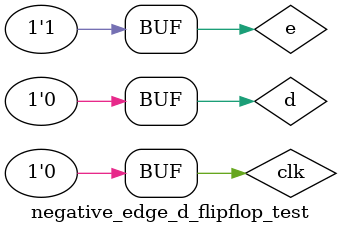
<source format=v>
`timescale 1ns / 1ps

module negative_edge_d_flipflop_test();

    reg d,clk,e;
    wire q,q_neg;
    
    negative_edge_d_flipflop uut(d,clk,e,q,q_neg);
    
    initial begin
    
        d=0;     clk=0;       e=1;     #20;
        d=1;     clk=1;       e=1;     #20;
        d=0;     clk=0;       e=1;     #20;
        d=1;     clk=1;       e=1;     #20;
        d=0;     clk=0;       e=1;     #20;
    end
endmodule

</source>
